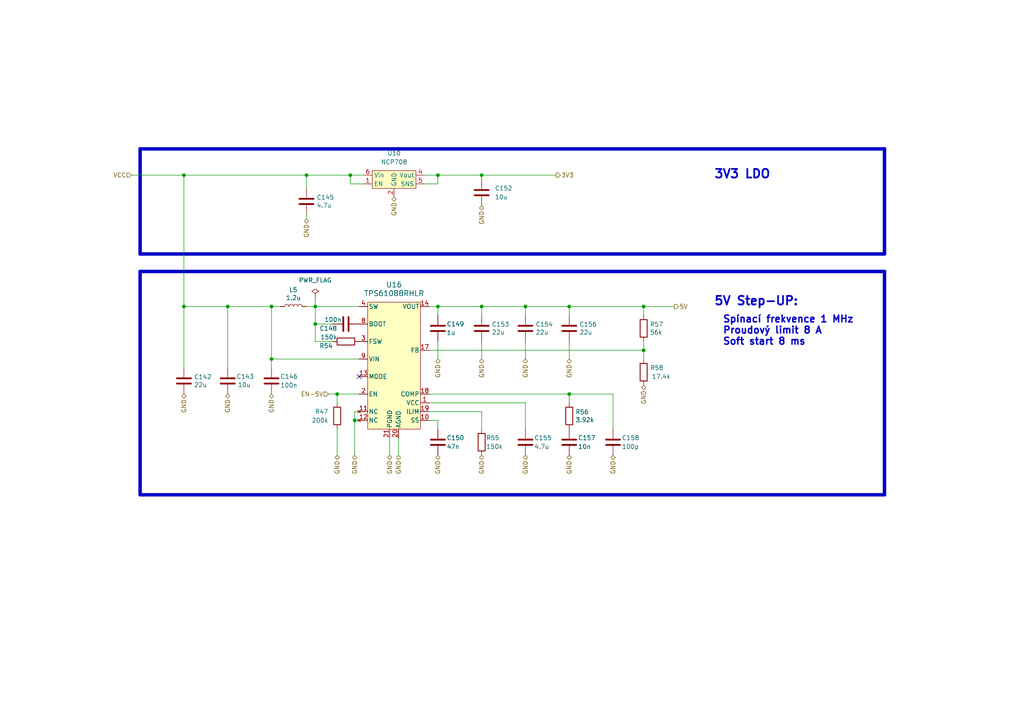
<source format=kicad_sch>
(kicad_sch (version 20231120) (generator "eeschema") (generator_version "8.0")
  (paper "A4")
  (lib_symbols
    (symbol "Device:C" (pin_numbers hide) (pin_names (offset 0.254))
      (property "Reference" "C" (at 0.635 2.54 0))
      (property "Value" "C" (at 0.635 -2.54 0))
      (symbol "C_0_1"
        (polyline (pts (xy -2.032 -0.762) (xy 2.032 -0.762)) (stroke (width 0.508)))
        (polyline (pts (xy -2.032 0.762) (xy 2.032 0.762)) (stroke (width 0.508)))
      )
      (symbol "C_1_1"
        (pin passive line (at 0 3.81 270) (length 2.794) (name "~") (number "1"))
        (pin passive line (at 0 -3.81 90) (length 2.794) (name "~") (number "2"))
      )
    )
    (symbol "Device:L" (pin_numbers hide) (pin_names (offset 1.016) hide)
      (property "Reference" "L" (at -1.27 0 90))
      (property "Value" "L" (at 1.905 0 90))
      (symbol "L_0_1"
        (arc (start 0 -2.54) (mid 0.6323 -1.905) (end 0 -1.27))
        (arc (start 0 -1.27) (mid 0.6323 -0.635) (end 0 0))
        (arc (start 0 0) (mid 0.6323 0.635) (end 0 1.27))
        (arc (start 0 1.27) (mid 0.6323 1.905) (end 0 2.54))
      )
      (symbol "L_1_1"
        (pin passive line (at 0 3.81 270) (length 1.27) (name "1") (number "1"))
        (pin passive line (at 0 -3.81 90) (length 1.27) (name "2") (number "2"))
      )
    )
    (symbol "Device:R" (pin_numbers hide) (pin_names (offset 0))
      (property "Reference" "R" (at 2.032 0 90))
      (property "Value" "R" (at 0 0 90))
      (symbol "R_0_1"
        (rectangle (start -1.016 -2.54) (end 1.016 2.54) (stroke (width 0.254)))
      )
      (symbol "R_1_1"
        (pin passive line (at 0 3.81 270) (length 1.27) (name "~") (number "1"))
        (pin passive line (at 0 -3.81 90) (length 1.27) (name "~") (number "2"))
      )
    )
    (symbol "RKL-DcDcConverters:TPS61088RHLR" (pin_names (offset 0.254))
      (property "Reference" "U" (at 0 12.7 0))
      (property "Value" "TPS61088RHLR" (at 0 5.08 0))
      (symbol "TPS61088RHLR_0_1"
        (pin passive line (at 10.16 -27.94 180) (length 2.54) (name "VCC") (number "1"))
        (pin passive line (at 10.16 -33.02 180) (length 2.54) (name "SS") (number "10"))
        (pin input line (at -10.16 -20.32 0) (length 2.54) (name "MODE") (number "13"))
        (pin power_out line (at 10.16 0 180) (length 2.54) (name "VOUT") (number "14"))
        (pin power_out line (at 10.16 0 180) (length 2.54) hide (name "VOUT") (number "15"))
        (pin power_out line (at 10.16 0 180) (length 2.54) hide (name "VOUT") (number "16"))
        (pin input line (at 10.16 -12.7 180) (length 2.54) (name "FB") (number "17"))
        (pin passive line (at 10.16 -25.4 180) (length 2.54) (name "COMP") (number "18"))
        (pin passive line (at 10.16 -30.48 180) (length 2.54) (name "ILIM") (number "19"))
        (pin input line (at -10.16 -25.4 0) (length 2.54) (name "EN") (number "2"))
        (pin power_in line (at 1.27 -38.1 90) (length 2.54) (name "AGND") (number "20"))
        (pin power_in line (at -1.27 -38.1 90) (length 2.54) (name "PGND") (number "21"))
        (pin passive line (at -10.16 -10.16 0) (length 2.54) (name "FSW") (number "3"))
        (pin power_in line (at -10.16 0 0) (length 2.54) (name "SW") (number "4"))
        (pin power_in line (at -10.16 0 0) (length 2.54) hide (name "SW") (number "5"))
        (pin power_in line (at -10.16 0 0) (length 2.54) hide (name "SW") (number "6"))
        (pin power_in line (at -10.16 0 0) (length 2.54) hide (name "SW") (number "7"))
        (pin passive line (at -10.16 -5.08 0) (length 2.54) (name "BOOT") (number "8"))
        (pin power_in line (at -10.16 -15.24 0) (length 2.54) (name "VIN") (number "9"))
      )
      (symbol "TPS61088RHLR_1_1"
        (rectangle (start -7.62 1.27) (end 7.62 -35.56) (fill (type background)))
        (pin power_in line (at -1.27 -38.1 90) (length 2.54) hide (name "PGND") (number "0"))
        (pin no_connect line (at -10.16 -30.48 0) (length 2.54) (name "NC") (number "11"))
        (pin no_connect line (at -10.16 -33.02 0) (length 2.54) (name "NC") (number "12"))
      )
    )
    (symbol "RKL-LDO:NCP708"
      (property "Reference" "U" (at 0 3.175 0))
      (property "Value" "NCP708" (at 0 1.27 0))
      (symbol "NCP708_0_1"
        (rectangle (start 6.35 -5.08) (end -6.35 0) (fill (type background)))
      )
      (symbol "NCP708_1_1"
        (pin input line (at -8.89 -3.81 0) (length 2.54) (name "EN") (number "1"))
        (pin power_in line (at 0 -7.62 90) (length 2.54) (name "GND") (number "2"))
        (pin power_out line (at 8.89 -1.27 180) (length 2.54) (name "Vout") (number "4"))
        (pin input line (at 8.89 -3.81 180) (length 2.54) (name "SNS") (number "5"))
        (pin power_in line (at -8.89 -1.27 0) (length 2.54) (name "Vin") (number "6"))
        (pin power_in line (at 0 -7.62 90) (length 2.54) hide (name "GND") (number "7"))
      )
    )
    (symbol "power:PWR_FLAG" (power) (pin_numbers hide) (pin_names (offset 0) hide)
      (property "Value" "PWR_FLAG" (at 0 3.81 0))
      (symbol "PWR_FLAG_0_0"
        (pin power_out line (at 0 0 90) (length 0) (name "pwr") (number "1"))
      )
      (symbol "PWR_FLAG_0_1"
        (polyline (pts (xy 0 0) (xy 0 1.27) (xy -1.016 1.905) (xy 0 2.54) (xy 1.016 1.905) (xy 0 1.27)))
      )
    )
  )
  (junction (at 186.69 88.9))
  (junction (at 165.1 114.3))
  (junction (at 139.7 50.8))
  (junction (at 78.74 88.9))
  (junction (at 127 88.9))
  (junction (at 53.34 50.8))
  (junction (at 127 50.8))
  (junction (at 53.34 88.9))
  (junction (at 78.74 104.14))
  (junction (at 91.44 93.98))
  (junction (at 97.79 114.3))
  (junction (at 152.4 88.9))
  (junction (at 66.04 88.9))
  (junction (at 88.9 50.8))
  (junction (at 186.69 101.6))
  (junction (at 139.7 88.9))
  (junction (at 91.44 88.9))
  (junction (at 101.6 50.8))
  (junction (at 165.1 88.9))
  (junction (at 102.87 121.92))
  (no_connect (at 104.14 109.22))
  (wire (pts (xy 165.1 91.44) (xy 165.1 88.9)))
  (polyline (pts (xy 256.54 78.74) (xy 256.54 143.51)) (stroke (width 1)))
  (wire (pts (xy 127 88.9) (xy 139.7 88.9)))
  (wire (pts (xy 88.9 63.5) (xy 88.9 62.23)))
  (wire (pts (xy 102.87 119.38) (xy 104.14 119.38)))
  (wire (pts (xy 115.57 132.08) (xy 115.57 127)))
  (wire (pts (xy 152.4 116.84) (xy 124.46 116.84)))
  (wire (pts (xy 66.04 88.9) (xy 78.74 88.9)))
  (polyline (pts (xy 256.54 43.18) (xy 40.64 43.18)) (stroke (width 1)))
  (wire (pts (xy 91.44 93.98) (xy 91.44 88.9)))
  (wire (pts (xy 88.9 88.9) (xy 91.44 88.9)))
  (wire (pts (xy 38.1 50.8) (xy 53.34 50.8)))
  (wire (pts (xy 78.74 104.14) (xy 78.74 106.68)))
  (wire (pts (xy 139.7 119.38) (xy 124.46 119.38)))
  (wire (pts (xy 101.6 50.8) (xy 101.6 53.34)))
  (wire (pts (xy 127 53.34) (xy 127 50.8)))
  (wire (pts (xy 102.87 132.08) (xy 102.87 121.92)))
  (wire (pts (xy 139.7 50.8) (xy 161.29 50.8)))
  (wire (pts (xy 127 50.8) (xy 139.7 50.8)))
  (wire (pts (xy 152.4 124.46) (xy 152.4 116.84)))
  (polyline (pts (xy 256.54 73.66) (xy 256.54 43.18)) (stroke (width 1)))
  (wire (pts (xy 88.9 54.61) (xy 88.9 50.8)))
  (wire (pts (xy 123.19 50.8) (xy 127 50.8)))
  (wire (pts (xy 53.34 50.8) (xy 53.34 88.9)))
  (wire (pts (xy 152.4 91.44) (xy 152.4 88.9)))
  (wire (pts (xy 97.79 124.46) (xy 97.79 132.08)))
  (wire (pts (xy 124.46 88.9) (xy 127 88.9)))
  (wire (pts (xy 78.74 88.9) (xy 81.28 88.9)))
  (wire (pts (xy 53.34 88.9) (xy 66.04 88.9)))
  (wire (pts (xy 186.69 101.6) (xy 186.69 104.14)))
  (wire (pts (xy 124.46 101.6) (xy 186.69 101.6)))
  (wire (pts (xy 91.44 88.9) (xy 104.14 88.9)))
  (wire (pts (xy 102.87 121.92) (xy 104.14 121.92)))
  (wire (pts (xy 123.19 53.34) (xy 127 53.34)))
  (wire (pts (xy 177.8 114.3) (xy 165.1 114.3)))
  (wire (pts (xy 186.69 91.44) (xy 186.69 88.9)))
  (wire (pts (xy 78.74 88.9) (xy 78.74 104.14)))
  (wire (pts (xy 53.34 50.8) (xy 88.9 50.8)))
  (wire (pts (xy 96.52 99.06) (xy 91.44 99.06)))
  (wire (pts (xy 139.7 88.9) (xy 152.4 88.9)))
  (wire (pts (xy 102.87 121.92) (xy 102.87 119.38)))
  (wire (pts (xy 165.1 88.9) (xy 186.69 88.9)))
  (polyline (pts (xy 40.64 73.66) (xy 256.54 73.66)) (stroke (width 1)))
  (wire (pts (xy 105.41 53.34) (xy 101.6 53.34)))
  (wire (pts (xy 152.4 104.14) (xy 152.4 99.06)))
  (wire (pts (xy 113.03 132.08) (xy 113.03 127)))
  (wire (pts (xy 127 124.46) (xy 127 121.92)))
  (wire (pts (xy 91.44 99.06) (xy 91.44 93.98)))
  (wire (pts (xy 127 91.44) (xy 127 88.9)))
  (wire (pts (xy 139.7 124.46) (xy 139.7 119.38)))
  (polyline (pts (xy 256.54 143.51) (xy 40.64 143.51)) (stroke (width 1)))
  (wire (pts (xy 91.44 93.98) (xy 96.52 93.98)))
  (wire (pts (xy 139.7 50.8) (xy 139.7 52.07)))
  (wire (pts (xy 127 121.92) (xy 124.46 121.92)))
  (wire (pts (xy 53.34 88.9) (xy 53.34 106.68)))
  (wire (pts (xy 95.25 114.3) (xy 97.79 114.3)))
  (wire (pts (xy 186.69 88.9) (xy 195.58 88.9)))
  (wire (pts (xy 78.74 104.14) (xy 104.14 104.14)))
  (wire (pts (xy 139.7 91.44) (xy 139.7 88.9)))
  (wire (pts (xy 66.04 88.9) (xy 66.04 106.68)))
  (wire (pts (xy 127 104.14) (xy 127 99.06)))
  (wire (pts (xy 88.9 50.8) (xy 101.6 50.8)))
  (wire (pts (xy 124.46 114.3) (xy 165.1 114.3)))
  (wire (pts (xy 152.4 88.9) (xy 165.1 88.9)))
  (wire (pts (xy 97.79 114.3) (xy 104.14 114.3)))
  (wire (pts (xy 139.7 99.06) (xy 139.7 104.14)))
  (wire (pts (xy 165.1 104.14) (xy 165.1 99.06)))
  (polyline (pts (xy 40.64 78.74) (xy 40.64 143.51)) (stroke (width 1)))
  (wire (pts (xy 165.1 114.3) (xy 165.1 116.84)))
  (wire (pts (xy 101.6 50.8) (xy 105.41 50.8)))
  (wire (pts (xy 91.44 88.9) (xy 91.44 86.36)))
  (polyline (pts (xy 40.64 43.18) (xy 40.64 73.66)) (stroke (width 1)))
  (wire (pts (xy 186.69 99.06) (xy 186.69 101.6)))
  (polyline (pts (xy 40.64 78.74) (xy 256.54 78.74)) (stroke (width 1)))
  (wire (pts (xy 177.8 124.46) (xy 177.8 114.3)))
  (wire (pts (xy 97.79 114.3) (xy 97.79 116.84)))
  (text "3V3 LDO" (at 207.01 52.07 0) (effects (font (size 2.5 2.5) (bold yes)) (justify left bottom)))
  (text "Spínací frekvence 1 MHz\nProudový limit 8 A\nSoft start 8 ms" (at 209.55 100.33 0) (effects (font (size 2 2) (bold yes)) (justify left bottom)))
  (text "5V Step-UP:" (at 207.01 88.9 0) (effects (font (size 2.5 2.5) (bold yes)) (justify left bottom)))
  (hierarchical_label "GND" (shape bidirectional) (at 177.8 132.08 270))
  (hierarchical_label "GND" (shape bidirectional) (at 165.1 104.14 270))
  (hierarchical_label "VCC" (shape input) (at 38.1 50.8 180))
  (hierarchical_label "GND" (shape bidirectional) (at 78.74 114.3 270))
  (hierarchical_label "GND" (shape bidirectional) (at 139.7 59.69 270))
  (hierarchical_label "GND" (shape bidirectional) (at 165.1 132.08 270))
  (hierarchical_label "GND" (shape bidirectional) (at 102.87 132.08 270))
  (hierarchical_label "GND" (shape bidirectional) (at 139.7 132.08 270))
  (hierarchical_label "GND" (shape bidirectional) (at 66.04 114.3 270))
  (hierarchical_label "GND" (shape bidirectional) (at 186.69 111.76 270))
  (hierarchical_label "GND" (shape bidirectional) (at 139.7 104.14 270))
  (hierarchical_label "GND" (shape bidirectional) (at 152.4 104.14 270))
  (hierarchical_label "GND" (shape bidirectional) (at 152.4 132.08 270))
  (hierarchical_label "GND" (shape bidirectional) (at 53.34 114.3 270))
  (hierarchical_label "EN-5V" (shape input) (at 95.25 114.3 180))
  (hierarchical_label "GND" (shape bidirectional) (at 115.57 132.08 270))
  (hierarchical_label "GND" (shape bidirectional) (at 114.3 57.15 270))
  (hierarchical_label "GND" (shape bidirectional) (at 127 104.14 270))
  (hierarchical_label "GND" (shape bidirectional) (at 127 132.08 270))
  (hierarchical_label "GND" (shape bidirectional) (at 97.79 132.08 270))
  (hierarchical_label "GND" (shape bidirectional) (at 88.9 63.5 270))
  (hierarchical_label "GND" (shape bidirectional) (at 113.03 132.08 270))
  (hierarchical_label "5V" (shape output) (at 195.58 88.9 0))
  (hierarchical_label "3V3" (shape output) (at 161.29 50.8 0))
  (symbol (lib_id "Device:C") (at 139.7 55.88 0) (unit 1)
    (property "Reference" "C152" (at 143.51 54.6099 0) (effects (justify left)))
    (property "Value" "10u" (at 143.51 57.1499 0) (effects (justify left)))
    (property "Footprint" "Capacitor_SMD:C_0603_1608Metric" (effects (hide yes)))
    (property "LCSC" "C96446" (effects (hide yes)))
    (property "Basic/Extended" "B" (effects (hide yes)))
    (property "info" "25V, X5R" (effects (hide yes)))
  )
  (symbol (lib_id "Device:C") (at 177.8 128.27 0) (mirror y) (unit 1)
    (property "Reference" "C158" (at 180.34 127 0) (effects (justify right)))
    (property "Value" "100p" (at 180.34 129.54 0) (effects (justify right)))
    (property "Footprint" "Capacitor_SMD:C_0402_1005Metric" (effects (hide yes)))
    (property "LCSC" "C1546" (effects (hide yes)))
    (property "Basic/Extended" "B" (effects (hide yes)))
    (property "info" "50V, C0G" (effects (hide yes)))
  )
  (symbol (lib_id "Device:R") (at 165.1 120.65 0) (unit 1)
    (property "Reference" "R56" (at 166.878 119.4816 0) (effects (justify left)))
    (property "Value" "3.92k" (at 166.878 121.793 0) (effects (justify left)))
    (property "Footprint" "Resistor_SMD:R_0402_1005Metric" (effects (hide yes)))
    (property "LCSC" "C843949" (effects (hide yes)))
    (property "Basic/Extended" "E" (effects (hide yes)))
  )
  (symbol (lib_id "Device:R") (at 139.7 128.27 0) (unit 1)
    (property "Reference" "R55" (at 140.97 127 0) (effects (justify left)))
    (property "Value" "150k" (at 140.97 129.54 0) (effects (justify left)))
    (property "Footprint" "Resistor_SMD:R_0603_1608Metric" (effects (hide yes)))
    (property "LCSC" "C22807" (effects (hide yes)))
    (property "Basic/Extended" "B" (effects (hide yes)))
  )
  (symbol (lib_id "Device:C") (at 152.4 128.27 0) (unit 1)
    (property "Reference" "C155" (at 154.94 127 0) (effects (justify left)))
    (property "Value" "4.7u" (at 154.94 129.54 0) (effects (justify left)))
    (property "Footprint" "Capacitor_SMD:C_0603_1608Metric" (effects (hide yes)))
    (property "LCSC" "C19666" (effects (hide yes)))
    (property "Basic/Extended" "B" (effects (hide yes)))
    (property "info" "16V, X5R" (effects (hide yes)))
  )
  (symbol (lib_id "RKL-DcDcConverters:TPS61088RHLR") (at 114.3 88.9 0) (unit 1)
    (property "Reference" "U16" (at 114.3 82.55 0) (effects (font (size 1.524 1.524))))
    (property "Value" "TPS61088RHLR" (at 114.3 85.09 0) (effects (font (size 1.524 1.524))))
    (property "Footprint" "RHL0020A" (effects (hide yes)))
    (property "Datasheet" "https://www.ti.com/lit/ds/symlink/tps61088.pdf?ts=1690626232362&ref_url=https%253A%252F%252Fwww.ti.com%252Fpower-management%252Fnon-isolated-dc-dc-switching-regulators%252Fstep-up-boost%252Fboost-converters-integrated-switch%252Fproducts.html" (effects (hide yes)))
    (property "LCSC" "C87357" (effects (hide yes)))
    (property "Basic/Extended" "E" (effects (hide yes)))
    (property "JLCPCB_CORRECTION" "0;0;-90" (effects (hide yes)))
  )
  (symbol (lib_id "Device:R") (at 100.33 99.06 90) (unit 1)
    (property "Reference" "R54" (at 96.52 100.33 90) (effects (justify left)))
    (property "Value" "150k" (at 97.79 97.79 90) (effects (justify left)))
    (property "Footprint" "Resistor_SMD:R_0603_1608Metric" (effects (hide yes)))
    (property "LCSC" "C22807" (effects (hide yes)))
    (property "Basic/Extended" "B" (effects (hide yes)))
  )
  (symbol (lib_id "Device:C") (at 88.9 58.42 0) (unit 1)
    (property "Reference" "C145" (at 91.821 57.2516 0) (effects (justify left)))
    (property "Value" "4.7u" (at 91.821 59.563 0) (effects (justify left)))
    (property "Footprint" "Capacitor_SMD:C_0603_1608Metric" (effects (hide yes)))
    (property "LCSC" "C19666" (effects (hide yes)))
    (property "Basic/Extended" "B" (effects (hide yes)))
    (property "info" "16V, X5R" (effects (hide yes)))
  )
  (symbol (lib_id "Device:C") (at 66.04 110.49 0) (unit 1)
    (property "Reference" "C143" (at 68.58 109.22 0) (effects (justify left)))
    (property "Value" "10u" (at 68.961 111.633 0) (effects (justify left)))
    (property "Footprint" "Capacitor_SMD:C_0603_1608Metric" (effects (hide yes)))
    (property "LCSC" "C96446" (effects (hide yes)))
    (property "Basic/Extended" "B" (effects (hide yes)))
    (property "info" "25V, X5R" (effects (hide yes)))
  )
  (symbol (lib_id "Device:C") (at 127 95.25 0) (mirror y) (unit 1)
    (property "Reference" "C149" (at 129.54 93.98 0) (effects (justify right)))
    (property "Value" "1u" (at 129.54 96.52 0) (effects (justify right)))
    (property "Footprint" "Capacitor_SMD:C_0402_1005Metric" (effects (hide yes)))
    (property "LCSC" "C1518208" (effects (hide yes)))
    (property "JLCPCB_CORRECTION" "0;0;0" (effects (hide yes)))
    (property "Basic/Extended" "E" (effects (hide yes)))
    (property "info" "50V, X5R (potenciálně C52923 což je 25V, X5R )" (effects (hide yes)))
  )
  (symbol (lib_id "RKL-LDO:NCP708") (at 114.3 49.53 0) (unit 1)
    (property "Reference" "U10" (at 114.3 44.45 0))
    (property "Value" "NCP708" (at 114.3 46.99 0))
    (property "Footprint" "RKL-StandardPackages:UDFN6-3x3mm" (effects (hide yes)))
    (property "Datasheet" "https://datasheet.lcsc.com/szlcsc/ON-Semicon-ON-NCP708MU330TAG_C183178.pdf" (effects (hide yes)))
    (property "LCSC" "C183178" (effects (hide yes)))
    (property "JLCPCB_CORRECTION" "0;0;180" (effects (hide yes)))
    (property "Basic/Extended" "E" (effects (hide yes)))
  )
  (symbol (lib_id "Device:R") (at 97.79 120.65 180) (unit 1)
    (property "Reference" "R47" (at 95.25 119.38 0) (effects (justify left)))
    (property "Value" "200k" (at 95.25 121.92 0) (effects (justify left)))
    (property "Footprint" "Resistor_SMD:R_0402_1005Metric" (effects (hide yes)))
    (property "LCSC" "C25764" (effects (hide yes)))
    (property "Basic/Extended" "B" (effects (hide yes)))
  )
  (symbol (lib_id "Device:C") (at 139.7 95.25 0) (unit 1)
    (property "Reference" "C153" (at 142.621 94.0816 0) (effects (justify left)))
    (property "Value" "22u" (at 142.621 96.393 0) (effects (justify left)))
    (property "Footprint" "Capacitor_SMD:C_0805_2012Metric" (effects (hide yes)))
    (property "LCSC" "C45783" (effects (hide yes)))
    (property "info" "25V, X5R" (effects (hide yes)))
    (property "Basic/Extended" "B" (effects (hide yes)))
  )
  (symbol (lib_id "Device:C") (at 165.1 95.25 0) (unit 1)
    (property "Reference" "C156" (at 168.021 94.0816 0) (effects (justify left)))
    (property "Value" "22u" (at 168.021 96.393 0) (effects (justify left)))
    (property "Footprint" "Capacitor_SMD:C_0805_2012Metric" (effects (hide yes)))
    (property "LCSC" "C45783" (effects (hide yes)))
    (property "info" "25V, X5R" (effects (hide yes)))
    (property "Basic/Extended" "B" (effects (hide yes)))
  )
  (symbol (lib_id "Device:C") (at 53.34 110.49 0) (unit 1)
    (property "Reference" "C142" (at 56.261 109.3216 0) (effects (justify left)))
    (property "Value" "22u" (at 56.261 111.633 0) (effects (justify left)))
    (property "Footprint" "Capacitor_SMD:C_0805_2012Metric" (effects (hide yes)))
    (property "LCSC" "C45783" (effects (hide yes)))
    (property "info" "25V, X5R" (effects (hide yes)))
    (property "Basic/Extended" "B" (effects (hide yes)))
  )
  (symbol (lib_id "Device:R") (at 186.69 95.25 0) (unit 1)
    (property "Reference" "R57" (at 188.468 94.0816 0) (effects (justify left)))
    (property "Value" "56k" (at 188.468 96.393 0) (effects (justify left)))
    (property "Footprint" "Resistor_SMD:R_0603_1608Metric" (effects (hide yes)))
    (property "LCSC" "C23206" (effects (hide yes)))
    (property "Basic/Extended" "B" (effects (hide yes)))
  )
  (symbol (lib_id "Device:C") (at 127 128.27 0) (mirror y) (unit 1)
    (property "Reference" "C150" (at 129.54 127 0) (effects (justify right)))
    (property "Value" "47n" (at 129.54 129.54 0) (effects (justify right)))
    (property "Footprint" "Capacitor_SMD:C_0603_1608Metric" (effects (hide yes)))
    (property "LCSC" "C1622" (effects (hide yes)))
    (property "Basic/Extended" "B" (effects (hide yes)))
    (property "info" "50V, X7R" (effects (hide yes)))
  )
  (symbol (lib_id "Device:C") (at 100.33 93.98 90) (unit 1)
    (property "Reference" "C148" (at 97.79 95.25 90) (effects (justify left)))
    (property "Value" "100n" (at 99.06 92.71 90) (effects (justify left)))
    (property "Footprint" "Capacitor_SMD:C_0402_1005Metric" (effects (hide yes)))
    (property "LCSC" "C307331" (effects (hide yes)))
    (property "info" "50V, X7R" (effects (hide yes)))
    (property "Basic/Extended" "B" (effects (hide yes)))
  )
  (symbol (lib_id "Device:C") (at 152.4 95.25 0) (unit 1)
    (property "Reference" "C154" (at 155.321 94.0816 0) (effects (justify left)))
    (property "Value" "22u" (at 155.321 96.393 0) (effects (justify left)))
    (property "Footprint" "Capacitor_SMD:C_0805_2012Metric" (effects (hide yes)))
    (property "LCSC" "C45783" (effects (hide yes)))
    (property "info" "25V, X5R" (effects (hide yes)))
    (property "Basic/Extended" "B" (effects (hide yes)))
  )
  (symbol (lib_id "Device:C") (at 78.74 110.49 0) (mirror y) (unit 1)
    (property "Reference" "C146" (at 81.28 109.22 0) (effects (justify right)))
    (property "Value" "100n" (at 81.28 111.76 0) (effects (justify right)))
    (property "Footprint" "Capacitor_SMD:C_0402_1005Metric" (effects (hide yes)))
    (property "LCSC" "C307331" (effects (hide yes)))
    (property "info" "50V, X7R" (effects (hide yes)))
    (property "Basic/Extended" "B" (effects (hide yes)))
  )
  (symbol (lib_id "power:PWR_FLAG") (at 91.44 86.36 0) (unit 1)
    (property "Reference" "#FLG09" (effects (hide yes)))
    (property "Value" "PWR_FLAG" (at 91.44 81.28 0))
  )
  (symbol (lib_id "Device:L") (at 85.09 88.9 90) (unit 1)
    (property "Reference" "L5" (at 85.09 84.074 90))
    (property "Value" "1.2u" (at 85.09 86.3854 90))
    (property "Footprint" "Inductor_SMD:L_Abracon_ASPI-0630LR" (effects (hide yes)))
    (property "LCSC" "C2453293" (effects (hide yes)))
    (property "Basic/Extended" "E" (effects (hide yes)))
  )
  (symbol (lib_id "Device:C") (at 165.1 128.27 0) (mirror y) (unit 1)
    (property "Reference" "C157" (at 167.64 127 0) (effects (justify right)))
    (property "Value" "10n" (at 167.64 129.54 0) (effects (justify right)))
    (property "Footprint" "Capacitor_SMD:C_0402_1005Metric" (effects (hide yes)))
    (property "LCSC" "C15195" (effects (hide yes)))
    (property "Basic/Extended" "B" (effects (hide yes)))
  )
  (symbol (lib_id "Device:R") (at 186.69 107.95 180) (unit 1)
    (property "Reference" "R58" (at 190.5 106.68 0))
    (property "Value" "17.4k" (at 191.77 109.22 0))
    (property "Footprint" "Resistor_SMD:R_0402_1005Metric" (effects (hide yes)))
    (property "LCSC" "C226818" (effects (hide yes)))
    (property "Basic/Extended" "E" (effects (hide yes)))
  )
)
</source>
